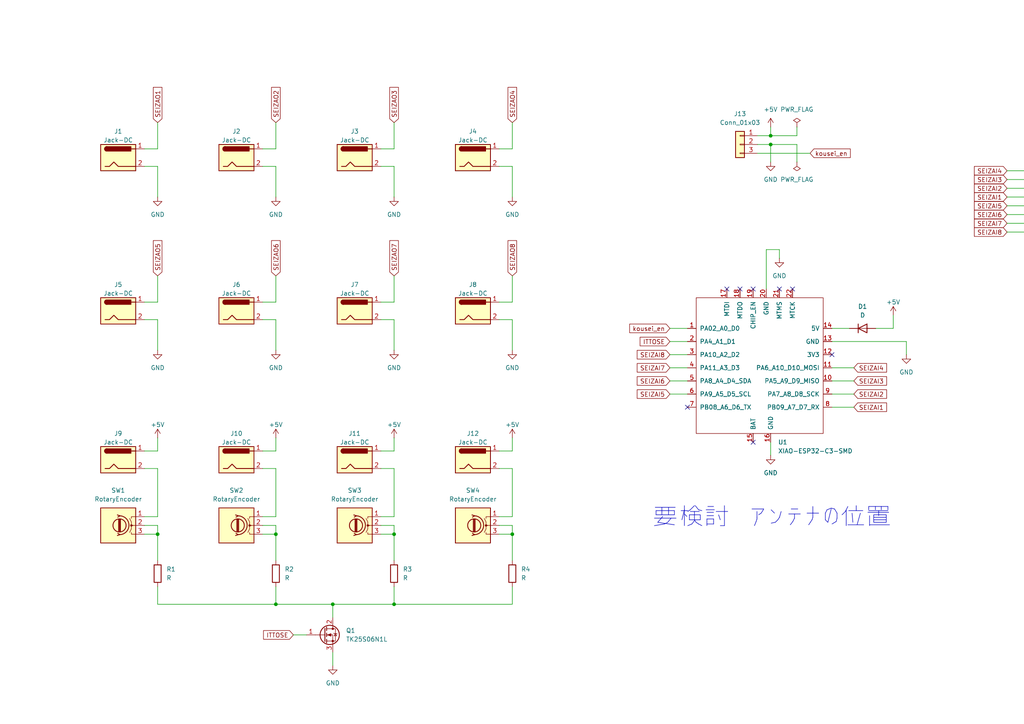
<source format=kicad_sch>
(kicad_sch (version 20250114) (generator "eeschema") (generator_version "9.0")
  (paper "A4")
  (lib_symbols
    (symbol "Connector:Jack-DC" (pin_names (offset 1.016))
      (property "Reference" "J" (at 0 5.334 0))
      (property "Value" "Jack-DC" (at 0 -5.08 0))
      (symbol "Jack-DC_0_1"
        (rectangle (start -5.08 3.81) (end 5.08 -3.81) (stroke (width 0.254)) (fill (type background)))
        (polyline (pts (xy -3.81 -2.54) (xy -2.54 -2.54) (xy -1.27 -1.27) (xy 0 -2.54) (xy 2.54 -2.54) (xy 5.08 -2.54)) (stroke (width 0.254)))
        (arc (start -3.302 1.905) (mid -3.9343 2.54) (end -3.302 3.175) (stroke (width 0.254)))
        (arc (start -3.302 1.905) (mid -3.9343 2.54) (end -3.302 3.175) (stroke (width 0.254)) (fill (type outline)))
        (rectangle (start 3.683 3.175) (end -3.302 1.905) (stroke (width 0.254)) (fill (type outline)))
        (polyline (pts (xy 5.08 2.54) (xy 3.81 2.54)) (stroke (width 0.254)))
      )
      (symbol "Jack-DC_1_1"
        (pin passive line (at 7.62 2.54 180) (length 2.54) (name "~") (number "1"))
        (pin passive line (at 7.62 -2.54 180) (length 2.54) (name "~") (number "2"))
      )
    )
    (symbol "Connector_Generic:Conn_01x03" (pin_names (offset 1.016) (hide yes))
      (property "Reference" "J" (at 0 5.08 0))
      (property "Value" "Conn_01x03" (at 0 -5.08 0))
      (symbol "Conn_01x03_1_1"
        (rectangle (start -1.27 3.81) (end 1.27 -3.81) (stroke (width 0.254)) (fill (type background)))
        (rectangle (start -1.27 2.667) (end 0 2.413) (stroke (width 0.1524)))
        (rectangle (start -1.27 0.127) (end 0 -0.127) (stroke (width 0.1524)))
        (rectangle (start -1.27 -2.413) (end 0 -2.667) (stroke (width 0.1524)))
        (pin passive line (at -5.08 2.54 0) (length 3.81) (name "Pin_1") (number "1"))
        (pin passive line (at -5.08 0 0) (length 3.81) (name "Pin_2") (number "2"))
        (pin passive line (at -5.08 -2.54 0) (length 3.81) (name "Pin_3") (number "3"))
      )
    )
    (symbol "Device:D" (pin_numbers (hide yes)) (pin_names (offset 1.016) (hide yes))
      (property "Reference" "D" (at 0 2.54 0))
      (property "Value" "D" (at 0 -2.54 0))
      (symbol "D_0_1"
        (polyline (pts (xy -1.27 1.27) (xy -1.27 -1.27)) (stroke (width 0.254)))
        (polyline (pts (xy 1.27 1.27) (xy 1.27 -1.27) (xy -1.27 0) (xy 1.27 1.27)) (stroke (width 0.254)))
        (polyline (pts (xy 1.27 0) (xy -1.27 0)))
      )
      (symbol "D_1_1"
        (pin passive line (at -3.81 0 0) (length 2.54) (name "K") (number "1"))
        (pin passive line (at 3.81 0 180) (length 2.54) (name "A") (number "2"))
      )
    )
    (symbol "Device:R" (pin_numbers (hide yes)) (pin_names (offset 0))
      (property "Reference" "R" (at 2.032 0 90))
      (property "Value" "R" (at 0 0 90))
      (symbol "R_0_1"
        (rectangle (start -1.016 -2.54) (end 1.016 2.54) (stroke (width 0.254)))
      )
      (symbol "R_1_1"
        (pin passive line (at 0 3.81 270) (length 1.27) (name "~") (number "1"))
        (pin passive line (at 0 -3.81 90) (length 1.27) (name "~") (number "2"))
      )
    )
    (symbol "Device:RotaryEncoder" (pin_names (offset 0.254) (hide yes))
      (property "Reference" "SW1" (at 6.35 1.2701 0))
      (property "Value" "RotaryEncoder" (at 6.35 -1.2699 0))
      (symbol "RotaryEncoder_0_1"
        (rectangle (start -5.08 5.08) (end 5.08 -5.08) (stroke (width 0.254)) (fill (type background)))
        (polyline (pts (xy -5.08 2.54) (xy -3.81 2.54) (xy -3.81 2.032)))
        (polyline (pts (xy -5.08 0) (xy -3.81 0) (xy -3.81 -1.016) (xy -3.302 -2.032)))
        (polyline (pts (xy -5.08 -2.54) (xy -3.81 -2.54) (xy -3.81 -2.032)))
        (polyline (pts (xy -4.318 0) (xy -3.81 0) (xy -3.81 1.016) (xy -3.302 2.032)))
        (circle (center -3.81 0) (radius 0.254) (fill (type outline)))
        (polyline (pts (xy -0.635 -1.778) (xy -0.635 1.778)) (stroke (width 0.254)))
        (circle (center -0.381 0) (radius 1.905) (stroke (width 0.254)))
        (polyline (pts (xy -0.381 -1.778) (xy -0.381 1.778)) (stroke (width 0.254)))
        (arc (start -0.381 -2.794) (mid -3.0988 -0.0635) (end -0.381 2.667) (stroke (width 0.254)))
        (polyline (pts (xy -0.127 1.778) (xy -0.127 -1.778)) (stroke (width 0.254)))
        (polyline (pts (xy 0.254 2.921) (xy -0.508 2.667) (xy 0.127 2.286)) (stroke (width 0.254)))
        (polyline (pts (xy 0.254 -3.048) (xy -0.508 -2.794) (xy 0.127 -2.413)) (stroke (width 0.254)))
      )
      (symbol "RotaryEncoder_1_1"
        (pin passive line (at -7.62 2.54 0) (length 2.54) (name "3") (number "3"))
        (pin passive line (at -7.62 0 0) (length 2.54) (name "2") (number "2"))
        (pin passive line (at -7.62 -2.54 0) (length 2.54) (name "1") (number "1"))
      )
    )
    (symbol "Seeed_Studio_XIAO_Series-20240814:XIAO-ESP32-C3-SMD" (pin_names (offset 1.016))
      (property "Reference" "U" (at -18.542 23.114 0))
      (property "Value" "XIAO-ESP32-C3-SMD" (at -8.382 21.336 0))
      (symbol "XIAO-ESP32-C3-SMD_0_1"
        (rectangle (start -19.05 20.32) (end 17.78 -19.05))
      )
      (symbol "XIAO-ESP32-C3-SMD_1_1"
        (pin passive line (at -21.59 11.43 0) (length 2.54) (name "PA02_A0_D0") (number "1"))
        (pin passive line (at -21.59 7.62 0) (length 2.54) (name "PA4_A1_D1") (number "2"))
        (pin passive line (at -21.59 3.81 0) (length 2.54) (name "PA10_A2_D2") (number "3"))
        (pin passive line (at -21.59 0 0) (length 2.54) (name "PA11_A3_D3") (number "4"))
        (pin passive line (at -21.59 -3.81 0) (length 2.54) (name "PA8_A4_D4_SDA") (number "5"))
        (pin passive line (at -21.59 -7.62 0) (length 2.54) (name "PA9_A5_D5_SCL") (number "6"))
        (pin passive line (at -21.59 -11.43 0) (length 2.54) (name "PB08_A6_D6_TX") (number "7"))
        (pin passive line (at -10.16 22.86 270) (length 2.54) (name "MTDI") (number "17"))
        (pin passive line (at -6.35 22.86 270) (length 2.54) (name "MTDO") (number "18"))
        (pin passive line (at -2.54 22.86 270) (length 2.54) (name "CHIP_EN") (number "19"))
        (pin passive line (at -2.54 -21.59 90) (length 2.54) (name "BAT") (number "15"))
        (pin passive line (at 1.27 22.86 270) (length 2.54) (name "GND") (number "20"))
        (pin passive line (at 2.54 -21.59 90) (length 2.54) (name "GND") (number "16"))
        (pin passive line (at 5.08 22.86 270) (length 2.54) (name "MTMS") (number "21"))
        (pin passive line (at 8.89 22.86 270) (length 2.54) (name "MTCK") (number "22"))
        (pin passive line (at 20.32 11.43 180) (length 2.54) (name "5V") (number "14"))
        (pin passive line (at 20.32 7.62 180) (length 2.54) (name "GND") (number "13"))
        (pin passive line (at 20.32 3.81 180) (length 2.54) (name "3V3") (number "12"))
        (pin passive line (at 20.32 0 180) (length 2.54) (name "PA6_A10_D10_MOSI") (number "11"))
        (pin passive line (at 20.32 -3.81 180) (length 2.54) (name "PA5_A9_D9_MISO") (number "10"))
        (pin passive line (at 20.32 -7.62 180) (length 2.54) (name "PA7_A8_D8_SCK") (number "9"))
        (pin passive line (at 20.32 -11.43 180) (length 2.54) (name "PB09_A7_D7_RX") (number "8"))
      )
    )
    (symbol "Transistor_Array:TBD62783A"
      (property "Reference" "U" (at -7.62 11.43 0))
      (property "Value" "TBD62783A" (at 1.27 11.43 0))
      (symbol "TBD62783A_0_1"
        (rectangle (start -7.62 10.16) (end 7.62 -12.7) (stroke (width 0.254)) (fill (type background)))
        (polyline (pts (xy -3.302 0) (xy -2.54 0) (xy -2.54 1.016) (xy -0.762 0) (xy -2.54 -1.016) (xy -2.54 0)))
        (polyline (pts (xy -1.778 2.794) (xy -1.778 2.794)) (stroke (width 0.254)))
        (polyline (pts (xy -1.778 2.032) (xy -1.778 2.032)) (stroke (width 0.254)))
        (polyline (pts (xy -1.778 1.27) (xy -1.778 1.27)) (stroke (width 0.254)))
        (polyline (pts (xy -1.778 -1.27) (xy -1.778 -1.27)) (stroke (width 0.254)))
        (polyline (pts (xy -1.778 -2.032) (xy -1.778 -2.032)) (stroke (width 0.254)))
        (polyline (pts (xy -1.778 -2.794) (xy -1.778 -2.794)) (stroke (width 0.254)))
        (polyline (pts (xy -0.762 0) (xy 1.778 0)))
        (polyline (pts (xy -0.508 -1.27) (xy 0.508 -1.27)))
        (rectangle (start -0.508 -3.302) (end 0.508 -3.556) (fill (type outline)))
        (polyline (pts (xy 0 0) (xy 0 0)) (stroke (width 0.508)))
        (polyline (pts (xy 0 0) (xy 0 -3.302)))
        (polyline (pts (xy 0 -1.27) (xy -0.508 -2.286) (xy 0.508 -2.286) (xy 0 -1.27)))
      )
      (symbol "TBD62783A_1_1"
        (pin input line (at -10.16 7.62 0) (length 2.54) (name "I1") (number "1"))
        (pin input line (at -10.16 5.08 0) (length 2.54) (name "I2") (number "2"))
        (pin input line (at -10.16 2.54 0) (length 2.54) (name "I3") (number "3"))
        (pin input line (at -10.16 0 0) (length 2.54) (name "I4") (number "4"))
        (pin input line (at -10.16 -2.54 0) (length 2.54) (name "I5") (number "5"))
        (pin input line (at -10.16 -5.08 0) (length 2.54) (name "I6") (number "6"))
        (pin input line (at -10.16 -7.62 0) (length 2.54) (name "I7") (number "7"))
        (pin input line (at -10.16 -10.16 0) (length 2.54) (name "I8") (number "8"))
        (pin power_in line (at 0 12.7 270) (length 2.54) (name "VCC") (number "9"))
        (pin power_in line (at 0 -15.24 90) (length 2.54) (name "GND") (number "10"))
        (pin open_emitter line (at 10.16 7.62 180) (length 2.54) (name "O1") (number "18"))
        (pin open_emitter line (at 10.16 5.08 180) (length 2.54) (name "O2") (number "17"))
        (pin open_emitter line (at 10.16 2.54 180) (length 2.54) (name "O3") (number "16"))
        (pin open_emitter line (at 10.16 0 180) (length 2.54) (name "O4") (number "15"))
        (pin open_emitter line (at 10.16 -2.54 180) (length 2.54) (name "O5") (number "14"))
        (pin open_emitter line (at 10.16 -5.08 180) (length 2.54) (name "O6") (number "13"))
        (pin open_emitter line (at 10.16 -7.62 180) (length 2.54) (name "O7") (number "12"))
        (pin open_emitter line (at 10.16 -10.16 180) (length 2.54) (name "O8") (number "11"))
      )
    )
    (symbol "Transistor_FET:QM6006D" (pin_names (hide yes))
      (property "Reference" "Q" (at 5.08 1.905 0))
      (property "Value" "QM6006D" (at 5.08 0 0))
      (symbol "QM6006D_0_1"
        (polyline (pts (xy 0.254 1.905) (xy 0.254 -1.905)) (stroke (width 0.254)))
        (polyline (pts (xy 0.254 0) (xy -2.54 0)))
        (polyline (pts (xy 0.762 2.286) (xy 0.762 1.27)) (stroke (width 0.254)))
        (polyline (pts (xy 0.762 0.508) (xy 0.762 -0.508)) (stroke (width 0.254)))
        (polyline (pts (xy 0.762 -1.27) (xy 0.762 -2.286)) (stroke (width 0.254)))
        (polyline (pts (xy 0.762 -1.778) (xy 3.302 -1.778) (xy 3.302 1.778) (xy 0.762 1.778)))
        (polyline (pts (xy 1.016 0) (xy 2.032 0.381) (xy 2.032 -0.381) (xy 1.016 0)) (fill (type outline)))
        (circle (center 1.651 0) (radius 2.794) (stroke (width 0.254)))
        (polyline (pts (xy 2.54 2.54) (xy 2.54 1.778)))
        (circle (center 2.54 1.778) (radius 0.254) (fill (type outline)))
        (circle (center 2.54 -1.778) (radius 0.254) (fill (type outline)))
        (polyline (pts (xy 2.54 -2.54) (xy 2.54 0) (xy 0.762 0)))
        (polyline (pts (xy 2.794 0.508) (xy 2.921 0.381) (xy 3.683 0.381) (xy 3.81 0.254)))
        (polyline (pts (xy 3.302 0.381) (xy 2.921 -0.254) (xy 3.683 -0.254) (xy 3.302 0.381)))
      )
      (symbol "QM6006D_1_1"
        (pin input line (at -5.08 0 0) (length 2.54) (name "G") (number "1"))
        (pin passive line (at 2.54 5.08 270) (length 2.54) (name "D") (number "2"))
        (pin passive line (at 2.54 -5.08 90) (length 2.54) (name "S") (number "3"))
      )
    )
    (symbol "power:+5V" (power) (pin_numbers (hide yes)) (pin_names (offset 0) (hide yes))
      (property "Value" "+5V" (at 0 3.556 0))
      (symbol "+5V_0_1"
        (polyline (pts (xy -0.762 1.27) (xy 0 2.54)))
        (polyline (pts (xy 0 2.54) (xy 0.762 1.27)))
        (polyline (pts (xy 0 0) (xy 0 2.54)))
      )
      (symbol "+5V_1_1"
        (pin power_in line (at 0 0 90) (length 0) (name "~") (number "1"))
      )
    )
    (symbol "power:GND" (power) (pin_numbers (hide yes)) (pin_names (offset 0) (hide yes))
      (property "Value" "GND" (at 0 -3.81 0))
      (symbol "GND_0_1"
        (polyline (pts (xy 0 0) (xy 0 -1.27) (xy 1.27 -1.27) (xy 0 -2.54) (xy -1.27 -1.27) (xy 0 -1.27)))
      )
      (symbol "GND_1_1"
        (pin power_in line (at 0 0 270) (length 0) (name "~") (number "1"))
      )
    )
    (symbol "power:PWR_FLAG" (power) (pin_numbers (hide yes)) (pin_names (offset 0) (hide yes))
      (property "Value" "PWR_FLAG" (at 0 3.81 0))
      (symbol "PWR_FLAG_0_0"
        (pin power_out line (at 0 0 90) (length 0) (name "~") (number "1"))
      )
      (symbol "PWR_FLAG_0_1"
        (polyline (pts (xy 0 0) (xy 0 1.27) (xy -1.016 1.905) (xy 0 2.54) (xy 1.016 1.905) (xy 0 1.27)))
      )
    )
  )
  (text "要検討　アンテナの位置" (at 224.028 150.368 0) (effects (font (size 5.08 5.08))))
  (junction (at 223.52 39.37))
  (junction (at 80.01 175.26))
  (junction (at 223.52 41.91))
  (junction (at 148.59 154.94))
  (junction (at 114.3 154.94))
  (junction (at 96.52 175.26))
  (junction (at 45.72 154.94))
  (junction (at 80.01 154.94))
  (junction (at 114.3 175.26))
  (no_connect (at 199.39 118.11))
  (no_connect (at 210.82 83.82))
  (no_connect (at 218.44 83.82))
  (no_connect (at 226.06 83.82))
  (no_connect (at 218.44 128.27))
  (no_connect (at 229.87 83.82))
  (no_connect (at 214.63 83.82))
  (no_connect (at 241.3 102.87))
  (wire (pts (xy 110.49 87.63) (xy 114.3 87.63)))
  (wire (pts (xy 222.25 83.82) (xy 222.25 72.39)))
  (wire (pts (xy 45.72 152.4) (xy 45.72 154.94)))
  (wire (pts (xy 308.61 72.39) (xy 308.61 76.2)))
  (wire (pts (xy 114.3 154.94) (xy 114.3 162.56)))
  (wire (pts (xy 41.91 43.18) (xy 45.72 43.18)))
  (wire (pts (xy 114.3 80.01) (xy 114.3 87.63)))
  (wire (pts (xy 45.72 170.18) (xy 45.72 175.26)))
  (wire (pts (xy 114.3 175.26) (xy 148.59 175.26)))
  (wire (pts (xy 76.2 87.63) (xy 80.01 87.63)))
  (wire (pts (xy 226.06 72.39) (xy 226.06 74.93)))
  (wire (pts (xy 41.91 135.89) (xy 45.72 135.89)))
  (wire (pts (xy 148.59 130.81) (xy 148.59 127)))
  (wire (pts (xy 96.52 189.23) (xy 96.52 193.04)))
  (wire (pts (xy 194.31 95.25) (xy 199.39 95.25)))
  (wire (pts (xy 318.77 64.77) (xy 323.85 64.77)))
  (wire (pts (xy 223.52 128.27) (xy 223.52 132.08)))
  (wire (pts (xy 76.2 43.18) (xy 80.01 43.18)))
  (wire (pts (xy 41.91 87.63) (xy 45.72 87.63)))
  (wire (pts (xy 45.72 135.89) (xy 45.72 149.86)))
  (wire (pts (xy 318.77 59.69) (xy 323.85 59.69)))
  (wire (pts (xy 80.01 80.01) (xy 80.01 87.63)))
  (wire (pts (xy 76.2 92.71) (xy 80.01 92.71)))
  (wire (pts (xy 241.3 99.06) (xy 262.89 99.06)))
  (wire (pts (xy 110.49 152.4) (xy 114.3 152.4)))
  (wire (pts (xy 292.1 54.61) (xy 298.45 54.61)))
  (wire (pts (xy 85.09 184.15) (xy 88.9 184.15)))
  (wire (pts (xy 318.77 62.23) (xy 323.85 62.23)))
  (wire (pts (xy 292.1 59.69) (xy 298.45 59.69)))
  (wire (pts (xy 96.52 175.26) (xy 96.52 179.07)))
  (wire (pts (xy 231.14 46.99) (xy 231.14 41.91)))
  (wire (pts (xy 144.78 130.81) (xy 148.59 130.81)))
  (wire (pts (xy 80.01 149.86) (xy 76.2 149.86)))
  (wire (pts (xy 45.72 175.26) (xy 80.01 175.26)))
  (wire (pts (xy 148.59 92.71) (xy 148.59 101.6)))
  (wire (pts (xy 148.59 80.01) (xy 148.59 87.63)))
  (wire (pts (xy 45.72 35.56) (xy 45.72 43.18)))
  (wire (pts (xy 144.78 135.89) (xy 148.59 135.89)))
  (wire (pts (xy 110.49 154.94) (xy 114.3 154.94)))
  (wire (pts (xy 41.91 48.26) (xy 45.72 48.26)))
  (wire (pts (xy 114.3 170.18) (xy 114.3 175.26)))
  (wire (pts (xy 144.78 152.4) (xy 148.59 152.4)))
  (wire (pts (xy 223.52 39.37) (xy 223.52 36.83)))
  (wire (pts (xy 318.77 54.61) (xy 323.85 54.61)))
  (wire (pts (xy 41.91 152.4) (xy 45.72 152.4)))
  (wire (pts (xy 41.91 92.71) (xy 45.72 92.71)))
  (wire (pts (xy 76.2 154.94) (xy 80.01 154.94)))
  (wire (pts (xy 148.59 154.94) (xy 148.59 162.56)))
  (wire (pts (xy 223.52 41.91) (xy 223.52 46.99)))
  (wire (pts (xy 241.3 95.25) (xy 246.38 95.25)))
  (wire (pts (xy 80.01 48.26) (xy 80.01 57.15)))
  (wire (pts (xy 110.49 48.26) (xy 114.3 48.26)))
  (wire (pts (xy 144.78 154.94) (xy 148.59 154.94)))
  (wire (pts (xy 318.77 52.07) (xy 323.85 52.07)))
  (wire (pts (xy 114.3 92.71) (xy 114.3 101.6)))
  (wire (pts (xy 318.77 57.15) (xy 323.85 57.15)))
  (wire (pts (xy 76.2 135.89) (xy 80.01 135.89)))
  (wire (pts (xy 259.08 95.25) (xy 259.08 91.44)))
  (wire (pts (xy 114.3 135.89) (xy 114.3 149.86)))
  (wire (pts (xy 231.14 36.83) (xy 231.14 39.37)))
  (wire (pts (xy 318.77 67.31) (xy 323.85 67.31)))
  (wire (pts (xy 222.25 72.39) (xy 226.06 72.39)))
  (wire (pts (xy 41.91 154.94) (xy 45.72 154.94)))
  (wire (pts (xy 144.78 87.63) (xy 148.59 87.63)))
  (wire (pts (xy 148.59 35.56) (xy 148.59 43.18)))
  (wire (pts (xy 80.01 154.94) (xy 80.01 162.56)))
  (wire (pts (xy 80.01 175.26) (xy 96.52 175.26)))
  (wire (pts (xy 96.52 175.26) (xy 114.3 175.26)))
  (wire (pts (xy 110.49 135.89) (xy 114.3 135.89)))
  (wire (pts (xy 219.71 39.37) (xy 223.52 39.37)))
  (wire (pts (xy 308.61 41.91) (xy 308.61 44.45)))
  (wire (pts (xy 114.3 35.56) (xy 114.3 43.18)))
  (wire (pts (xy 45.72 149.86) (xy 41.91 149.86)))
  (wire (pts (xy 41.91 130.81) (xy 45.72 130.81)))
  (wire (pts (xy 76.2 130.81) (xy 80.01 130.81)))
  (wire (pts (xy 194.31 102.87) (xy 199.39 102.87)))
  (wire (pts (xy 114.3 48.26) (xy 114.3 57.15)))
  (wire (pts (xy 144.78 43.18) (xy 148.59 43.18)))
  (wire (pts (xy 292.1 64.77) (xy 298.45 64.77)))
  (wire (pts (xy 292.1 62.23) (xy 298.45 62.23)))
  (wire (pts (xy 114.3 130.81) (xy 114.3 127)))
  (wire (pts (xy 292.1 57.15) (xy 298.45 57.15)))
  (wire (pts (xy 247.65 118.11) (xy 241.3 118.11)))
  (wire (pts (xy 45.72 92.71) (xy 45.72 101.6)))
  (wire (pts (xy 292.1 52.07) (xy 298.45 52.07)))
  (wire (pts (xy 148.59 135.89) (xy 148.59 149.86)))
  (wire (pts (xy 148.59 170.18) (xy 148.59 175.26)))
  (wire (pts (xy 231.14 39.37) (xy 223.52 39.37)))
  (wire (pts (xy 76.2 152.4) (xy 80.01 152.4)))
  (wire (pts (xy 219.71 44.45) (xy 234.95 44.45)))
  (wire (pts (xy 262.89 99.06) (xy 262.89 102.87)))
  (wire (pts (xy 148.59 149.86) (xy 144.78 149.86)))
  (wire (pts (xy 292.1 67.31) (xy 298.45 67.31)))
  (wire (pts (xy 148.59 152.4) (xy 148.59 154.94)))
  (wire (pts (xy 194.31 110.49) (xy 199.39 110.49)))
  (wire (pts (xy 80.01 135.89) (xy 80.01 149.86)))
  (wire (pts (xy 241.3 110.49) (xy 247.65 110.49)))
  (wire (pts (xy 231.14 41.91) (xy 223.52 41.91)))
  (wire (pts (xy 45.72 48.26) (xy 45.72 57.15)))
  (wire (pts (xy 110.49 130.81) (xy 114.3 130.81)))
  (wire (pts (xy 80.01 152.4) (xy 80.01 154.94)))
  (wire (pts (xy 80.01 92.71) (xy 80.01 101.6)))
  (wire (pts (xy 110.49 92.71) (xy 114.3 92.71)))
  (wire (pts (xy 318.77 49.53) (xy 323.85 49.53)))
  (wire (pts (xy 144.78 48.26) (xy 148.59 48.26)))
  (wire (pts (xy 45.72 80.01) (xy 45.72 87.63)))
  (wire (pts (xy 194.31 106.68) (xy 199.39 106.68)))
  (wire (pts (xy 110.49 43.18) (xy 114.3 43.18)))
  (wire (pts (xy 45.72 154.94) (xy 45.72 162.56)))
  (wire (pts (xy 148.59 48.26) (xy 148.59 57.15)))
  (wire (pts (xy 194.31 99.06) (xy 199.39 99.06)))
  (wire (pts (xy 80.01 35.56) (xy 80.01 43.18)))
  (wire (pts (xy 194.31 114.3) (xy 199.39 114.3)))
  (wire (pts (xy 241.3 114.3) (xy 247.65 114.3)))
  (wire (pts (xy 80.01 170.18) (xy 80.01 175.26)))
  (wire (pts (xy 80.01 130.81) (xy 80.01 127)))
  (wire (pts (xy 114.3 152.4) (xy 114.3 154.94)))
  (wire (pts (xy 114.3 149.86) (xy 110.49 149.86)))
  (wire (pts (xy 254 95.25) (xy 259.08 95.25)))
  (wire (pts (xy 241.3 106.68) (xy 247.65 106.68)))
  (wire (pts (xy 45.72 130.81) (xy 45.72 127)))
  (wire (pts (xy 144.78 92.71) (xy 148.59 92.71)))
  (wire (pts (xy 292.1 49.53) (xy 298.45 49.53)))
  (wire (pts (xy 76.2 48.26) (xy 80.01 48.26)))
  (wire (pts (xy 223.52 41.91) (xy 219.71 41.91)))
  (global_label "SEIZAI4" (shape input) (at 292.1 49.53 180) (property "Intersheetrefs" "${INTERSHEET_REFS}" (effects (hide yes))))
  (global_label "SEIZAI8" (shape input) (at 194.31 102.87 180) (property "Intersheetrefs" "${INTERSHEET_REFS}" (effects (hide yes))))
  (global_label "SEIZAO4" (shape input) (at 323.85 49.53 0) (property "Intersheetrefs" "${INTERSHEET_REFS}" (effects (hide yes))))
  (global_label "SEIZAI7" (shape input) (at 194.31 106.68 180) (property "Intersheetrefs" "${INTERSHEET_REFS}" (effects (hide yes))))
  (global_label "kousei_en" (shape input) (at 234.95 44.45 0) (property "Intersheetrefs" "${INTERSHEET_REFS}" (effects (hide yes))))
  (global_label "SEIZAO3" (shape input) (at 114.3 35.56 90) (property "Intersheetrefs" "${INTERSHEET_REFS}" (effects (hide yes))))
  (global_label "SEIZAO8" (shape input) (at 148.59 80.01 90) (property "Intersheetrefs" "${INTERSHEET_REFS}" (effects (hide yes))))
  (global_label "SEIZAI1" (shape input) (at 292.1 57.15 180) (property "Intersheetrefs" "${INTERSHEET_REFS}" (effects (hide yes))))
  (global_label "SEIZAI1" (shape input) (at 247.65 118.11 0) (property "Intersheetrefs" "${INTERSHEET_REFS}" (effects (hide yes))))
  (global_label "SEIZAO4" (shape input) (at 148.59 35.56 90) (property "Intersheetrefs" "${INTERSHEET_REFS}" (effects (hide yes))))
  (global_label "SEIZAI8" (shape input) (at 292.1 67.31 180) (property "Intersheetrefs" "${INTERSHEET_REFS}" (effects (hide yes))))
  (global_label "SEIZAI6" (shape input) (at 194.31 110.49 180) (property "Intersheetrefs" "${INTERSHEET_REFS}" (effects (hide yes))))
  (global_label "SEIZAI2" (shape input) (at 292.1 54.61 180) (property "Intersheetrefs" "${INTERSHEET_REFS}" (effects (hide yes))))
  (global_label "SEIZAO7" (shape input) (at 323.85 64.77 0) (property "Intersheetrefs" "${INTERSHEET_REFS}" (effects (hide yes))))
  (global_label "SEIZAO3" (shape input) (at 323.85 52.07 0) (property "Intersheetrefs" "${INTERSHEET_REFS}" (effects (hide yes))))
  (global_label "SEIZAI3" (shape input) (at 247.65 110.49 0) (property "Intersheetrefs" "${INTERSHEET_REFS}" (effects (hide yes))))
  (global_label "SEIZAO5" (shape input) (at 323.85 59.69 0) (property "Intersheetrefs" "${INTERSHEET_REFS}" (effects (hide yes))))
  (global_label "kousei_en" (shape input) (at 194.31 95.25 180) (property "Intersheetrefs" "${INTERSHEET_REFS}" (effects (hide yes))))
  (global_label "SEIZAO2" (shape input) (at 80.01 35.56 90) (property "Intersheetrefs" "${INTERSHEET_REFS}" (effects (hide yes))))
  (global_label "SEIZAI4" (shape input) (at 247.65 106.68 0) (property "Intersheetrefs" "${INTERSHEET_REFS}" (effects (hide yes))))
  (global_label "SEIZAI5" (shape input) (at 292.1 59.69 180) (property "Intersheetrefs" "${INTERSHEET_REFS}" (effects (hide yes))))
  (global_label "ITTOSE" (shape input) (at 194.31 99.06 180) (property "Intersheetrefs" "${INTERSHEET_REFS}" (effects (hide yes))))
  (global_label "SEIZAO1" (shape input) (at 323.85 57.15 0) (property "Intersheetrefs" "${INTERSHEET_REFS}" (effects (hide yes))))
  (global_label "SEIZAO2" (shape input) (at 323.85 54.61 0) (property "Intersheetrefs" "${INTERSHEET_REFS}" (effects (hide yes))))
  (global_label "SEIZAO8" (shape input) (at 323.85 67.31 0) (property "Intersheetrefs" "${INTERSHEET_REFS}" (effects (hide yes))))
  (global_label "SEIZAO6" (shape input) (at 323.85 62.23 0) (property "Intersheetrefs" "${INTERSHEET_REFS}" (effects (hide yes))))
  (global_label "SEIZAI2" (shape input) (at 247.65 114.3 0) (property "Intersheetrefs" "${INTERSHEET_REFS}" (effects (hide yes))))
  (global_label "SEIZAO1" (shape input) (at 45.72 35.56 90) (property "Intersheetrefs" "${INTERSHEET_REFS}" (effects (hide yes))))
  (global_label "SEIZAI7" (shape input) (at 292.1 64.77 180) (property "Intersheetrefs" "${INTERSHEET_REFS}" (effects (hide yes))))
  (global_label "ITTOSE" (shape input) (at 85.09 184.15 180) (property "Intersheetrefs" "${INTERSHEET_REFS}" (effects (hide yes))))
  (global_label "SEIZAO5" (shape input) (at 45.72 80.01 90) (property "Intersheetrefs" "${INTERSHEET_REFS}" (effects (hide yes))))
  (global_label "SEIZAI6" (shape input) (at 292.1 62.23 180) (property "Intersheetrefs" "${INTERSHEET_REFS}" (effects (hide yes))))
  (global_label "SEIZAI5" (shape input) (at 194.31 114.3 180) (property "Intersheetrefs" "${INTERSHEET_REFS}" (effects (hide yes))))
  (global_label "SEIZAI3" (shape input) (at 292.1 52.07 180) (property "Intersheetrefs" "${INTERSHEET_REFS}" (effects (hide yes))))
  (global_label "SEIZAO7" (shape input) (at 114.3 80.01 90) (property "Intersheetrefs" "${INTERSHEET_REFS}" (effects (hide yes))))
  (global_label "SEIZAO6" (shape input) (at 80.01 80.01 90) (property "Intersheetrefs" "${INTERSHEET_REFS}" (effects (hide yes))))
  (symbol (lib_id "Device:RotaryEncoder") (at 102.87 152.4 180) (unit 1)
    (property "Reference" "SW3" (at 102.87 142.24 0))
    (property "Value" "RotaryEncoder" (at 102.87 144.78 0))
    (property "Footprint" "VR:VR" (effects (hide yes)))
    (property "Description" "Rotary encoder, dual channel, incremental quadrate outputs" (effects (hide yes)))
  )
  (symbol (lib_id "Device:R") (at 114.3 166.37 0) (unit 1)
    (property "Reference" "R3" (at 116.84 165.0999 0) (effects (justify left)))
    (property "Value" "R" (at 116.84 167.6399 0) (effects (justify left)))
    (property "Footprint" "Resistor_SMD:R_0402_1005Metric" (effects (hide yes)))
    (property "Description" "Resistor" (effects (hide yes)))
  )
  (symbol (lib_id "power:GND") (at 223.52 46.99 0) (unit 1)
    (property "Reference" "#PWR07" (effects (hide yes)))
    (property "Value" "GND" (at 223.52 52.07 0))
    (property "Description" "Power symbol creates a global label with name \"GND\" , ground" (effects (hide yes)))
  )
  (symbol (lib_id "Device:D") (at 250.19 95.25 0) (unit 1)
    (property "Reference" "D1" (at 250.19 88.9 0))
    (property "Value" "D" (at 250.19 91.44 0))
    (property "Footprint" "GS1010FL:GS1010FL" (effects (hide yes)))
    (property "Datasheet" "https://akizukidenshi.com/catalog/g/g106014/" (effects (hide yes)))
    (property "Description" "Diode" (effects (hide yes)))
    (property "Sim.Device" "D" (effects (hide yes)))
    (property "Sim.Pins" "1=K 2=A" (effects (hide yes)))
  )
  (symbol (lib_id "Seeed_Studio_XIAO_Series-20240814:XIAO-ESP32-C3-SMD") (at 220.98 106.68 0) (unit 1)
    (property "Reference" "U1" (at 225.6633 128.27 0) (effects (justify left)))
    (property "Value" "XIAO-ESP32-C3-SMD" (at 225.6633 130.81 0) (effects (justify left)))
    (property "Footprint" "Seeed_Studio_XIAO_Series:XIAO-ESP32-C3-SMD" (effects (hide yes)))
    (property "Datasheet" "https://wiki.seeedstudio.com/XIAO_ESP32C3_Getting_Started/" (effects (hide yes)))
  )
  (symbol (lib_id "power:+5V") (at 259.08 91.44 0) (unit 1)
    (property "Reference" "#PWR022" (effects (hide yes)))
    (property "Value" "+5V" (at 259.08 87.63 0))
    (property "Description" "Power symbol creates a global label with name \"+5V\"" (effects (hide yes)))
  )
  (symbol (lib_id "power:GND") (at 148.59 101.6 0) (unit 1)
    (property "Reference" "#PWR018" (effects (hide yes)))
    (property "Value" "GND" (at 148.59 106.68 0))
    (property "Description" "Power symbol creates a global label with name \"GND\" , ground" (effects (hide yes)))
  )
  (symbol (lib_id "power:GND") (at 223.52 132.08 0) (unit 1)
    (property "Reference" "#PWR026" (effects (hide yes)))
    (property "Value" "GND" (at 223.52 137.16 0))
    (property "Description" "Power symbol creates a global label with name \"GND\" , ground" (effects (hide yes)))
  )
  (symbol (lib_id "Connector:Jack-DC") (at 137.16 45.72 0) (unit 1)
    (property "Reference" "J4" (at 137.16 38.1 0))
    (property "Value" "Jack-DC" (at 137.16 40.64 0))
    (property "Footprint" "DCJack:DCJack" (effects (hide yes)))
    (property "Description" "DC Barrel Jack" (effects (hide yes)))
  )
  (symbol (lib_id "Device:R") (at 80.01 166.37 0) (unit 1)
    (property "Reference" "R2" (at 82.55 165.0999 0) (effects (justify left)))
    (property "Value" "R" (at 82.55 167.6399 0) (effects (justify left)))
    (property "Footprint" "Resistor_SMD:R_0402_1005Metric" (effects (hide yes)))
    (property "Description" "Resistor" (effects (hide yes)))
  )
  (symbol (lib_id "power:GND") (at 114.3 101.6 0) (unit 1)
    (property "Reference" "#PWR016" (effects (hide yes)))
    (property "Value" "GND" (at 114.3 106.68 0))
    (property "Description" "Power symbol creates a global label with name \"GND\" , ground" (effects (hide yes)))
  )
  (symbol (lib_id "Connector:Jack-DC") (at 34.29 45.72 0) (unit 1)
    (property "Reference" "J1" (at 34.29 38.1 0))
    (property "Value" "Jack-DC" (at 34.29 40.64 0))
    (property "Footprint" "DCJack:DCJack" (effects (hide yes)))
    (property "Description" "DC Barrel Jack" (effects (hide yes)))
  )
  (symbol (lib_id "Transistor_FET:QM6006D") (at 93.98 184.15 0) (unit 1)
    (property "Reference" "Q1" (at 100.33 182.8799 0) (effects (justify left)))
    (property "Value" "TK25S06N1L" (at 100.33 185.4199 0) (effects (justify left)))
    (property "Footprint" "Package_TO_SOT_SMD:TO-252-2" (effects (hide yes)))
    (property "Datasheet" "https://akizukidenshi.com/catalog/g/g115745/" (effects (hide yes)))
  )
  (symbol (lib_id "power:GND") (at 45.72 57.15 0) (unit 1)
    (property "Reference" "#PWR04" (effects (hide yes)))
    (property "Value" "GND" (at 45.72 62.23 0))
    (property "Description" "Power symbol creates a global label with name \"GND\" , ground" (effects (hide yes)))
  )
  (symbol (lib_id "power:+5V") (at 114.3 127 0) (unit 1)
    (property "Reference" "#PWR025" (effects (hide yes)))
    (property "Value" "+5V" (at 114.3 123.19 0))
    (property "Description" "Power symbol creates a global label with name \"+5V\"" (effects (hide yes)))
  )
  (symbol (lib_id "power:+5V") (at 80.01 127 0) (unit 1)
    (property "Reference" "#PWR021" (effects (hide yes)))
    (property "Value" "+5V" (at 80.01 123.19 0))
    (property "Description" "Power symbol creates a global label with name \"+5V\"" (effects (hide yes)))
  )
  (symbol (lib_id "power:PWR_FLAG") (at 231.14 36.83 0) (unit 1)
    (property "Reference" "#FLG02" (effects (hide yes)))
    (property "Value" "PWR_FLAG" (at 231.14 31.75 0))
    (property "Description" "Special symbol for telling ERC where power comes from" (effects (hide yes)))
  )
  (symbol (lib_id "power:+5V") (at 45.72 127 0) (unit 1)
    (property "Reference" "#PWR019" (effects (hide yes)))
    (property "Value" "+5V" (at 45.72 123.19 0))
    (property "Description" "Power symbol creates a global label with name \"+5V\"" (effects (hide yes)))
  )
  (symbol (lib_id "power:+5V") (at 223.52 36.83 0) (unit 1)
    (property "Reference" "#PWR01" (effects (hide yes)))
    (property "Value" "+5V" (at 223.52 31.75 0))
    (property "Description" "Power symbol creates a global label with name \"+5V\"" (effects (hide yes)))
  )
  (symbol (lib_id "power:GND") (at 96.52 193.04 0) (unit 1)
    (property "Reference" "#PWR020" (effects (hide yes)))
    (property "Value" "GND" (at 96.52 198.12 0))
    (property "Description" "Power symbol creates a global label with name \"GND\" , ground" (effects (hide yes)))
  )
  (symbol (lib_id "Connector:Jack-DC") (at 102.87 133.35 0) (unit 1)
    (property "Reference" "J11" (at 102.87 125.73 0))
    (property "Value" "Jack-DC" (at 102.87 128.27 0))
    (property "Footprint" "DCJack:DCJack" (effects (hide yes)))
    (property "Description" "DC Barrel Jack" (effects (hide yes)))
  )
  (symbol (lib_id "power:GND") (at 114.3 57.15 0) (unit 1)
    (property "Reference" "#PWR08" (effects (hide yes)))
    (property "Value" "GND" (at 114.3 62.23 0))
    (property "Description" "Power symbol creates a global label with name \"GND\" , ground" (effects (hide yes)))
  )
  (symbol (lib_id "power:GND") (at 80.01 101.6 0) (unit 1)
    (property "Reference" "#PWR014" (effects (hide yes)))
    (property "Value" "GND" (at 80.01 106.68 0))
    (property "Description" "Power symbol creates a global label with name \"GND\" , ground" (effects (hide yes)))
  )
  (symbol (lib_id "Device:R") (at 45.72 166.37 0) (unit 1)
    (property "Reference" "R1" (at 48.26 165.0999 0) (effects (justify left)))
    (property "Value" "R" (at 48.26 167.6399 0) (effects (justify left)))
    (property "Footprint" "Resistor_SMD:R_0402_1005Metric" (effects (hide yes)))
    (property "Description" "Resistor" (effects (hide yes)))
  )
  (symbol (lib_id "Device:RotaryEncoder") (at 137.16 152.4 180) (unit 1)
    (property "Reference" "SW4" (at 137.16 142.24 0))
    (property "Value" "RotaryEncoder" (at 137.16 144.78 0))
    (property "Footprint" "VR:VR" (effects (hide yes)))
    (property "Description" "Rotary encoder, dual channel, incremental quadrate outputs" (effects (hide yes)))
  )
  (symbol (lib_id "power:GND") (at 45.72 101.6 0) (unit 1)
    (property "Reference" "#PWR012" (effects (hide yes)))
    (property "Value" "GND" (at 45.72 106.68 0))
    (property "Description" "Power symbol creates a global label with name \"GND\" , ground" (effects (hide yes)))
  )
  (symbol (lib_id "power:+5V") (at 308.61 41.91 0) (unit 1)
    (property "Reference" "#PWR05" (effects (hide yes)))
    (property "Value" "+5V" (at 308.61 38.1 0))
    (property "Description" "Power symbol creates a global label with name \"+5V\"" (effects (hide yes)))
  )
  (symbol (lib_id "Transistor_Array:TBD62783A") (at 308.61 57.15 0) (unit 1)
    (property "Reference" "U2" (at 310.7533 41.91 0) (effects (justify left)))
    (property "Value" "TBD62783A" (at 310.7533 44.45 0) (effects (justify left)))
    (property "Footprint" "Package_SO:SOP-18_7x12.5mm_P1.27mm" (effects (hide yes)))
    (property "Datasheet" "http://toshiba.semicon-storage.com/info/docget.jsp?did=30523&prodName=TBD62783APG" (effects (hide yes)))
    (property "Description" "8-Channel Source Type Transistor Array, TTL and CMOS compatible, 500mA, 50V, DIP-18/SOP-18/SSOP-18/SOIC-18W" (effects (hide yes)))
  )
  (symbol (lib_id "Connector:Jack-DC") (at 68.58 45.72 0) (unit 1)
    (property "Reference" "J2" (at 68.58 38.1 0))
    (property "Value" "Jack-DC" (at 68.58 40.64 0))
    (property "Footprint" "DCJack:DCJack" (effects (hide yes)))
    (property "Description" "DC Barrel Jack" (effects (hide yes)))
  )
  (symbol (lib_id "Connector:Jack-DC") (at 102.87 90.17 0) (unit 1)
    (property "Reference" "J7" (at 102.87 82.55 0))
    (property "Value" "Jack-DC" (at 102.87 85.09 0))
    (property "Footprint" "DCJack:DCJack" (effects (hide yes)))
    (property "Description" "DC Barrel Jack" (effects (hide yes)))
  )
  (symbol (lib_id "Device:RotaryEncoder") (at 68.58 152.4 180) (unit 1)
    (property "Reference" "SW2" (at 68.58 142.24 0))
    (property "Value" "RotaryEncoder" (at 68.58 144.78 0))
    (property "Footprint" "VR:VR" (effects (hide yes)))
    (property "Description" "Rotary encoder, dual channel, incremental quadrate outputs" (effects (hide yes)))
  )
  (symbol (lib_id "power:GND") (at 80.01 57.15 0) (unit 1)
    (property "Reference" "#PWR06" (effects (hide yes)))
    (property "Value" "GND" (at 80.01 62.23 0))
    (property "Description" "Power symbol creates a global label with name \"GND\" , ground" (effects (hide yes)))
  )
  (symbol (lib_id "power:+5V") (at 148.59 127 0) (unit 1)
    (property "Reference" "#PWR023" (effects (hide yes)))
    (property "Value" "+5V" (at 148.59 123.19 0))
    (property "Description" "Power symbol creates a global label with name \"+5V\"" (effects (hide yes)))
  )
  (symbol (lib_id "Connector_Generic:Conn_01x03") (at 214.63 41.91 0) (mirror y) (unit 1)
    (property "Reference" "J13" (at 214.63 33.02 0))
    (property "Value" "Conn_01x03" (at 214.63 35.56 0))
    (property "Footprint" "Connector_PinHeader_2.54mm:PinHeader_1x03_P2.54mm_Vertical" (effects (hide yes)))
    (property "Description" "Generic connector, single row, 01x03, script generated (kicad-library-utils/schlib/autogen/connector/)" (effects (hide yes)))
  )
  (symbol (lib_id "Connector:Jack-DC") (at 137.16 90.17 0) (unit 1)
    (property "Reference" "J8" (at 137.16 82.55 0))
    (property "Value" "Jack-DC" (at 137.16 85.09 0))
    (property "Footprint" "DCJack:DCJack" (effects (hide yes)))
    (property "Description" "DC Barrel Jack" (effects (hide yes)))
  )
  (symbol (lib_id "Connector:Jack-DC") (at 68.58 133.35 0) (unit 1)
    (property "Reference" "J10" (at 68.58 125.73 0))
    (property "Value" "Jack-DC" (at 68.58 128.27 0))
    (property "Footprint" "DCJack:DCJack" (effects (hide yes)))
    (property "Description" "DC Barrel Jack" (effects (hide yes)))
  )
  (symbol (lib_id "Connector:Jack-DC") (at 102.87 45.72 0) (unit 1)
    (property "Reference" "J3" (at 102.87 38.1 0))
    (property "Value" "Jack-DC" (at 102.87 40.64 0))
    (property "Footprint" "DCJack:DCJack" (effects (hide yes)))
    (property "Description" "DC Barrel Jack" (effects (hide yes)))
  )
  (symbol (lib_id "power:GND") (at 262.89 102.87 0) (unit 1)
    (property "Reference" "#PWR024" (effects (hide yes)))
    (property "Value" "GND" (at 262.89 107.95 0))
    (property "Description" "Power symbol creates a global label with name \"GND\" , ground" (effects (hide yes)))
  )
  (symbol (lib_id "power:PWR_FLAG") (at 231.14 46.99 180) (unit 1)
    (property "Reference" "#FLG01" (effects (hide yes)))
    (property "Value" "PWR_FLAG" (at 231.14 52.07 0))
    (property "Description" "Special symbol for telling ERC where power comes from" (effects (hide yes)))
  )
  (symbol (lib_id "power:GND") (at 226.06 74.93 0) (unit 1)
    (property "Reference" "#PWR027" (effects (hide yes)))
    (property "Value" "GND" (at 226.06 80.01 0))
    (property "Description" "Power symbol creates a global label with name \"GND\" , ground" (effects (hide yes)))
  )
  (symbol (lib_id "Device:RotaryEncoder") (at 34.29 152.4 180) (unit 1)
    (property "Reference" "SW1" (at 34.29 142.24 0))
    (property "Value" "RotaryEncoder" (at 34.29 144.78 0))
    (property "Footprint" "VR:VR" (effects (hide yes)))
    (property "Description" "Rotary encoder, dual channel, incremental quadrate outputs" (effects (hide yes)))
  )
  (symbol (lib_id "Device:R") (at 148.59 166.37 0) (unit 1)
    (property "Reference" "R4" (at 151.13 165.0999 0) (effects (justify left)))
    (property "Value" "R" (at 151.13 167.6399 0) (effects (justify left)))
    (property "Footprint" "Resistor_SMD:R_0402_1005Metric" (effects (hide yes)))
    (property "Description" "Resistor" (effects (hide yes)))
  )
  (symbol (lib_id "Connector:Jack-DC") (at 34.29 133.35 0) (unit 1)
    (property "Reference" "J9" (at 34.29 125.73 0))
    (property "Value" "Jack-DC" (at 34.29 128.27 0))
    (property "Footprint" "DCJack:DCJack" (effects (hide yes)))
    (property "Description" "DC Barrel Jack" (effects (hide yes)))
  )
  (symbol (lib_id "Connector:Jack-DC") (at 68.58 90.17 0) (unit 1)
    (property "Reference" "J6" (at 68.58 82.55 0))
    (property "Value" "Jack-DC" (at 68.58 85.09 0))
    (property "Footprint" "DCJack:DCJack" (effects (hide yes)))
    (property "Description" "DC Barrel Jack" (effects (hide yes)))
  )
  (symbol (lib_id "Connector:Jack-DC") (at 137.16 133.35 0) (unit 1)
    (property "Reference" "J12" (at 137.16 125.73 0))
    (property "Value" "Jack-DC" (at 137.16 128.27 0))
    (property "Footprint" "DCJack:DCJack" (effects (hide yes)))
    (property "Description" "DC Barrel Jack" (effects (hide yes)))
  )
  (symbol (lib_id "Connector:Jack-DC") (at 34.29 90.17 0) (unit 1)
    (property "Reference" "J5" (at 34.29 82.55 0))
    (property "Value" "Jack-DC" (at 34.29 85.09 0))
    (property "Footprint" "DCJack:DCJack" (effects (hide yes)))
    (property "Description" "DC Barrel Jack" (effects (hide yes)))
  )
  (symbol (lib_id "power:GND") (at 148.59 57.15 0) (unit 1)
    (property "Reference" "#PWR010" (effects (hide yes)))
    (property "Value" "GND" (at 148.59 62.23 0))
    (property "Description" "Power symbol creates a global label with name \"GND\" , ground" (effects (hide yes)))
  )
  (symbol (lib_id "power:GND") (at 308.61 76.2 0) (unit 1)
    (property "Reference" "#PWR03" (effects (hide yes)))
    (property "Value" "GND" (at 308.61 81.28 0))
    (property "Description" "Power symbol creates a global label with name \"GND\" , ground" (effects (hide yes)))
  )
)
</source>
